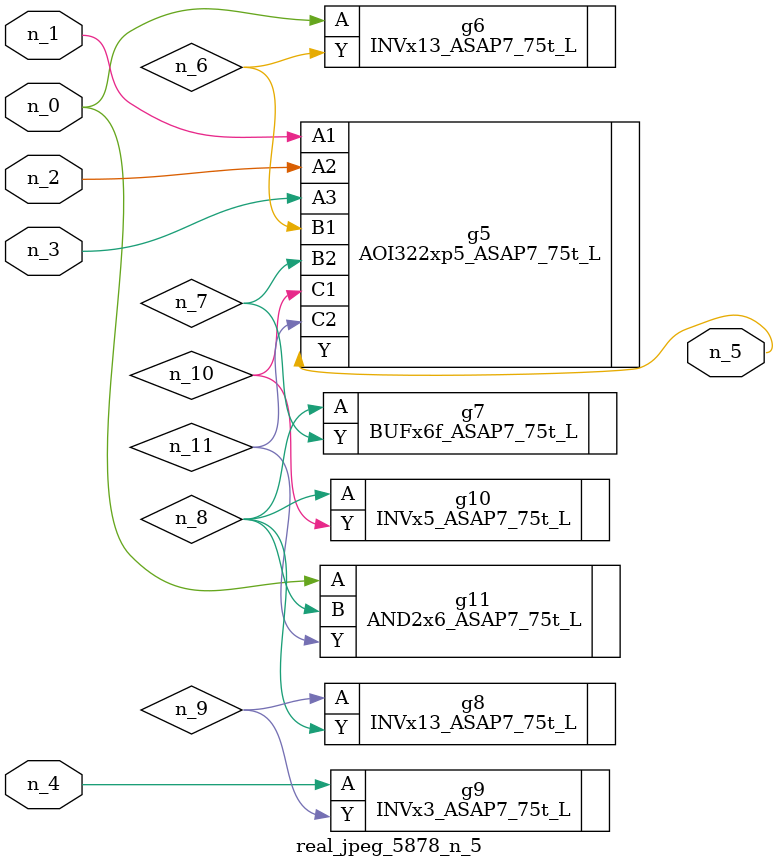
<source format=v>
module real_jpeg_5878_n_5 (n_4, n_0, n_1, n_2, n_3, n_5);

input n_4;
input n_0;
input n_1;
input n_2;
input n_3;

output n_5;

wire n_8;
wire n_11;
wire n_6;
wire n_7;
wire n_10;
wire n_9;

INVx13_ASAP7_75t_L g6 ( 
.A(n_0),
.Y(n_6)
);

AND2x6_ASAP7_75t_L g11 ( 
.A(n_0),
.B(n_8),
.Y(n_11)
);

AOI322xp5_ASAP7_75t_L g5 ( 
.A1(n_1),
.A2(n_2),
.A3(n_3),
.B1(n_6),
.B2(n_7),
.C1(n_10),
.C2(n_11),
.Y(n_5)
);

INVx3_ASAP7_75t_L g9 ( 
.A(n_4),
.Y(n_9)
);

BUFx6f_ASAP7_75t_L g7 ( 
.A(n_8),
.Y(n_7)
);

INVx5_ASAP7_75t_L g10 ( 
.A(n_8),
.Y(n_10)
);

INVx13_ASAP7_75t_L g8 ( 
.A(n_9),
.Y(n_8)
);


endmodule
</source>
